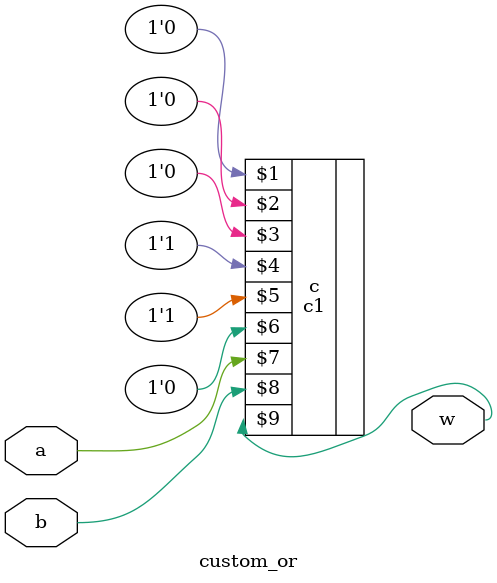
<source format=v>
module custom_or(input a,b,output w);
    c1 c(1'b0 , 1'b0 , 1'b0 , 1'b1 , 1'b1 ,1'b0 , a , b, w) ;
endmodule
</source>
